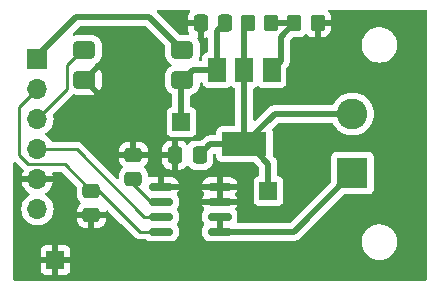
<source format=gtl>
G04 #@! TF.GenerationSoftware,KiCad,Pcbnew,7.0.2*
G04 #@! TF.CreationDate,2023-10-11T21:35:40+02:00*
G04 #@! TF.ProjectId,aansturing lamp pcb,61616e73-7475-4726-996e-67206c616d70,rev?*
G04 #@! TF.SameCoordinates,Original*
G04 #@! TF.FileFunction,Copper,L1,Top*
G04 #@! TF.FilePolarity,Positive*
%FSLAX46Y46*%
G04 Gerber Fmt 4.6, Leading zero omitted, Abs format (unit mm)*
G04 Created by KiCad (PCBNEW 7.0.2) date 2023-10-11 21:35:40*
%MOMM*%
%LPD*%
G01*
G04 APERTURE LIST*
G04 Aperture macros list*
%AMRoundRect*
0 Rectangle with rounded corners*
0 $1 Rounding radius*
0 $2 $3 $4 $5 $6 $7 $8 $9 X,Y pos of 4 corners*
0 Add a 4 corners polygon primitive as box body*
4,1,4,$2,$3,$4,$5,$6,$7,$8,$9,$2,$3,0*
0 Add four circle primitives for the rounded corners*
1,1,$1+$1,$2,$3*
1,1,$1+$1,$4,$5*
1,1,$1+$1,$6,$7*
1,1,$1+$1,$8,$9*
0 Add four rect primitives between the rounded corners*
20,1,$1+$1,$2,$3,$4,$5,0*
20,1,$1+$1,$4,$5,$6,$7,0*
20,1,$1+$1,$6,$7,$8,$9,0*
20,1,$1+$1,$8,$9,$2,$3,0*%
G04 Aperture macros list end*
G04 #@! TA.AperFunction,SMDPad,CuDef*
%ADD10RoundRect,0.375000X0.575000X0.375000X-0.575000X0.375000X-0.575000X-0.375000X0.575000X-0.375000X0*%
G04 #@! TD*
G04 #@! TA.AperFunction,SMDPad,CuDef*
%ADD11RoundRect,0.250000X0.337500X0.475000X-0.337500X0.475000X-0.337500X-0.475000X0.337500X-0.475000X0*%
G04 #@! TD*
G04 #@! TA.AperFunction,SMDPad,CuDef*
%ADD12R,1.500000X1.500000*%
G04 #@! TD*
G04 #@! TA.AperFunction,SMDPad,CuDef*
%ADD13R,1.500000X2.000000*%
G04 #@! TD*
G04 #@! TA.AperFunction,SMDPad,CuDef*
%ADD14R,3.800000X2.000000*%
G04 #@! TD*
G04 #@! TA.AperFunction,SMDPad,CuDef*
%ADD15RoundRect,0.250000X0.350000X0.450000X-0.350000X0.450000X-0.350000X-0.450000X0.350000X-0.450000X0*%
G04 #@! TD*
G04 #@! TA.AperFunction,SMDPad,CuDef*
%ADD16RoundRect,0.250000X0.475000X-0.337500X0.475000X0.337500X-0.475000X0.337500X-0.475000X-0.337500X0*%
G04 #@! TD*
G04 #@! TA.AperFunction,ComponentPad*
%ADD17R,2.600000X2.600000*%
G04 #@! TD*
G04 #@! TA.AperFunction,ComponentPad*
%ADD18C,2.600000*%
G04 #@! TD*
G04 #@! TA.AperFunction,SMDPad,CuDef*
%ADD19RoundRect,0.250000X-0.475000X0.337500X-0.475000X-0.337500X0.475000X-0.337500X0.475000X0.337500X0*%
G04 #@! TD*
G04 #@! TA.AperFunction,SMDPad,CuDef*
%ADD20RoundRect,0.150000X0.825000X0.150000X-0.825000X0.150000X-0.825000X-0.150000X0.825000X-0.150000X0*%
G04 #@! TD*
G04 #@! TA.AperFunction,ComponentPad*
%ADD21R,1.700000X1.700000*%
G04 #@! TD*
G04 #@! TA.AperFunction,ComponentPad*
%ADD22O,1.700000X1.700000*%
G04 #@! TD*
G04 #@! TA.AperFunction,ViaPad*
%ADD23C,0.800000*%
G04 #@! TD*
G04 #@! TA.AperFunction,Conductor*
%ADD24C,0.250000*%
G04 #@! TD*
G04 #@! TA.AperFunction,Conductor*
%ADD25C,0.500000*%
G04 #@! TD*
G04 APERTURE END LIST*
D10*
X86019996Y-75438000D03*
X86019996Y-77978000D03*
X94319996Y-77978000D03*
X94319996Y-75438000D03*
D11*
X95779500Y-84328000D03*
X93704500Y-84328000D03*
D12*
X83566000Y-93218000D03*
D13*
X101868000Y-77114000D03*
X99568000Y-77114000D03*
D14*
X99568000Y-83414000D03*
D13*
X97268000Y-77114000D03*
D12*
X94234000Y-81534000D03*
X101600000Y-87376000D03*
D15*
X101838000Y-73152000D03*
X99838000Y-73152000D03*
D16*
X90170000Y-86381500D03*
X90170000Y-84306500D03*
D17*
X108712000Y-85852000D03*
D18*
X108712000Y-80852000D03*
D19*
X86614000Y-87354500D03*
X86614000Y-89429500D03*
D15*
X105775000Y-73152000D03*
X103775000Y-73152000D03*
D20*
X97471000Y-90805000D03*
X97471000Y-89535000D03*
X97471000Y-88265000D03*
X97471000Y-86995000D03*
X92521000Y-86995000D03*
X92521000Y-88265000D03*
X92521000Y-89535000D03*
X92521000Y-90805000D03*
D11*
X97938500Y-73152000D03*
X95863500Y-73152000D03*
D21*
X82042000Y-76200000D03*
D22*
X82042000Y-78740000D03*
X82042000Y-81280000D03*
X82042000Y-83820000D03*
X82042000Y-86360000D03*
X82042000Y-88900000D03*
D23*
X93980000Y-73279000D03*
D24*
X90170000Y-86737100D02*
X90170000Y-86381500D01*
X91697900Y-88265000D02*
X90170000Y-86737100D01*
X92521000Y-88265000D02*
X91697900Y-88265000D01*
D25*
X97471000Y-88265000D02*
X97471000Y-86995000D01*
D24*
X94107000Y-73152000D02*
X93980000Y-73279000D01*
D25*
X95863500Y-73152000D02*
X94107000Y-73152000D01*
D24*
X80518000Y-84328000D02*
X80518000Y-80264000D01*
X84349500Y-85090000D02*
X81280000Y-85090000D01*
X90710500Y-90805000D02*
X87260000Y-87354500D01*
X81280000Y-85090000D02*
X80518000Y-84328000D01*
X87260000Y-87354500D02*
X86614000Y-87354500D01*
X80518000Y-80264000D02*
X82042000Y-78740000D01*
X92521000Y-90805000D02*
X90710500Y-90805000D01*
X86614000Y-87354500D02*
X84349500Y-85090000D01*
X85852000Y-75438000D02*
X86019996Y-75438000D01*
X82042000Y-81280000D02*
X84582000Y-78740000D01*
X84582000Y-78740000D02*
X84582000Y-76708000D01*
X84582000Y-76708000D02*
X85852000Y-75438000D01*
X82042000Y-83820000D02*
X85351173Y-83820000D01*
X85351173Y-83820000D02*
X91066173Y-89535000D01*
X91066173Y-89535000D02*
X92521000Y-89535000D01*
D25*
X82042000Y-75946000D02*
X85344000Y-72644000D01*
X82042000Y-76200000D02*
X82042000Y-75946000D01*
X91525996Y-72644000D02*
X94319996Y-75438000D01*
X85344000Y-72644000D02*
X91525996Y-72644000D01*
X103759000Y-90805000D02*
X97471000Y-90805000D01*
X108712000Y-85852000D02*
X103759000Y-90805000D01*
X97471000Y-90805000D02*
X97471000Y-89535000D01*
X95183996Y-77114000D02*
X97268000Y-77114000D01*
X97268000Y-77114000D02*
X97268000Y-73822500D01*
X94234000Y-78063996D02*
X94234000Y-81534000D01*
X94319996Y-77978000D02*
X95183996Y-77114000D01*
X94319996Y-77978000D02*
X94234000Y-78063996D01*
X97268000Y-73822500D02*
X97938500Y-73152000D01*
X101600000Y-85090000D02*
X101600000Y-87376000D01*
X99568000Y-73422000D02*
X99838000Y-73152000D01*
X99568000Y-83414000D02*
X99924000Y-83414000D01*
X96693500Y-83414000D02*
X95779500Y-84328000D01*
X99568000Y-77114000D02*
X99568000Y-73422000D01*
X99568000Y-77114000D02*
X99568000Y-83414000D01*
X99568000Y-83414000D02*
X96693500Y-83414000D01*
X102130000Y-80852000D02*
X99568000Y-83414000D01*
X99924000Y-83414000D02*
X101600000Y-85090000D01*
X108712000Y-80852000D02*
X102130000Y-80852000D01*
X101838000Y-73152000D02*
X103775000Y-73152000D01*
X102632000Y-74295000D02*
X102632000Y-76350000D01*
X102632000Y-76350000D02*
X101868000Y-77114000D01*
X103775000Y-73152000D02*
X102632000Y-74295000D01*
G04 #@! TA.AperFunction,Conductor*
G36*
X94909515Y-72020185D02*
G01*
X94955270Y-72072989D01*
X94965214Y-72142147D01*
X94940654Y-72195925D01*
X94941292Y-72196319D01*
X94938142Y-72201424D01*
X94936189Y-72205703D01*
X94934159Y-72207882D01*
X94841642Y-72357877D01*
X94786493Y-72524303D01*
X94776319Y-72623890D01*
X94776000Y-72630168D01*
X94776000Y-72902000D01*
X95989500Y-72902000D01*
X96056539Y-72921685D01*
X96102294Y-72974489D01*
X96113500Y-73026000D01*
X96113500Y-74376999D01*
X96247829Y-74376999D01*
X96254111Y-74376678D01*
X96367207Y-74365126D01*
X96367517Y-74368169D01*
X96416308Y-74366485D01*
X96476355Y-74402209D01*
X96507556Y-74464725D01*
X96509500Y-74486597D01*
X96509500Y-75489800D01*
X96489815Y-75556839D01*
X96437011Y-75602594D01*
X96423312Y-75606353D01*
X96423392Y-75606567D01*
X96271796Y-75663110D01*
X96154738Y-75750738D01*
X96067110Y-75867796D01*
X96016011Y-76004794D01*
X96014404Y-76019744D01*
X96009500Y-76065362D01*
X96009500Y-76068670D01*
X96009500Y-76068671D01*
X96009500Y-76231500D01*
X95989815Y-76298539D01*
X95937011Y-76344294D01*
X95885500Y-76355500D01*
X95812504Y-76355500D01*
X95745465Y-76335815D01*
X95699710Y-76283011D01*
X95689766Y-76213853D01*
X95702019Y-76175205D01*
X95724358Y-76131362D01*
X95741156Y-76068671D01*
X95772426Y-75951971D01*
X95778496Y-75874843D01*
X95778495Y-75001158D01*
X95772426Y-74924029D01*
X95724358Y-74744638D01*
X95640043Y-74579161D01*
X95607972Y-74539557D01*
X95581081Y-74475070D01*
X95593323Y-74406281D01*
X95613500Y-74378231D01*
X95613500Y-73402000D01*
X94776001Y-73402000D01*
X94776001Y-73673829D01*
X94776321Y-73680111D01*
X94786493Y-73779695D01*
X94841642Y-73946122D01*
X94868955Y-73990404D01*
X94887395Y-74057797D01*
X94866472Y-74124460D01*
X94812830Y-74169229D01*
X94763416Y-74179500D01*
X94185539Y-74179500D01*
X94118500Y-74159815D01*
X94097858Y-74143181D01*
X92166858Y-72212181D01*
X92133373Y-72150858D01*
X92138357Y-72081166D01*
X92180229Y-72025233D01*
X92245693Y-72000816D01*
X92254539Y-72000500D01*
X94842476Y-72000500D01*
X94909515Y-72020185D01*
G37*
G04 #@! TD.AperFunction*
G04 #@! TA.AperFunction,Conductor*
G36*
X114942539Y-72020185D02*
G01*
X114988294Y-72072989D01*
X114999500Y-72124500D01*
X114999500Y-94872000D01*
X114979815Y-94939039D01*
X114927011Y-94984794D01*
X114875500Y-94996000D01*
X80134000Y-94996000D01*
X80066961Y-94976315D01*
X80021206Y-94923511D01*
X80010000Y-94872000D01*
X80010000Y-93468000D01*
X82316000Y-93468000D01*
X82316000Y-94012518D01*
X82316354Y-94019132D01*
X82322400Y-94075371D01*
X82372647Y-94210089D01*
X82458811Y-94325188D01*
X82573910Y-94411352D01*
X82708628Y-94461599D01*
X82764867Y-94467645D01*
X82771482Y-94468000D01*
X83316000Y-94468000D01*
X83316000Y-93468000D01*
X83816000Y-93468000D01*
X83816000Y-94468000D01*
X84360518Y-94468000D01*
X84367132Y-94467645D01*
X84423371Y-94461599D01*
X84558089Y-94411352D01*
X84673188Y-94325188D01*
X84759352Y-94210089D01*
X84809599Y-94075371D01*
X84815645Y-94019132D01*
X84816000Y-94012518D01*
X84816000Y-93468000D01*
X83816000Y-93468000D01*
X83316000Y-93468000D01*
X82316000Y-93468000D01*
X80010000Y-93468000D01*
X80010000Y-92968000D01*
X82316000Y-92968000D01*
X83316000Y-92968000D01*
X83316000Y-91968000D01*
X83816000Y-91968000D01*
X83816000Y-92968000D01*
X84816000Y-92968000D01*
X84816000Y-92423481D01*
X84815645Y-92416867D01*
X84809599Y-92360628D01*
X84759352Y-92225910D01*
X84673188Y-92110811D01*
X84558089Y-92024647D01*
X84423371Y-91974400D01*
X84367132Y-91968354D01*
X84360518Y-91968000D01*
X83816000Y-91968000D01*
X83316000Y-91968000D01*
X82771482Y-91968000D01*
X82764867Y-91968354D01*
X82708628Y-91974400D01*
X82573910Y-92024647D01*
X82458811Y-92110811D01*
X82372647Y-92225910D01*
X82322400Y-92360628D01*
X82316354Y-92416867D01*
X82316000Y-92423481D01*
X82316000Y-92968000D01*
X80010000Y-92968000D01*
X80010000Y-91818334D01*
X109497500Y-91818334D01*
X109538429Y-92063615D01*
X109594145Y-92225910D01*
X109619172Y-92298810D01*
X109686641Y-92423481D01*
X109737529Y-92517514D01*
X109873036Y-92691612D01*
X109890262Y-92713744D01*
X110073215Y-92882164D01*
X110281393Y-93018173D01*
X110509119Y-93118063D01*
X110750179Y-93179108D01*
X110935933Y-93194500D01*
X110938503Y-93194500D01*
X111057497Y-93194500D01*
X111060067Y-93194500D01*
X111245821Y-93179108D01*
X111486881Y-93118063D01*
X111714607Y-93018173D01*
X111922785Y-92882164D01*
X112105738Y-92713744D01*
X112258474Y-92517509D01*
X112376828Y-92298810D01*
X112457571Y-92063614D01*
X112498500Y-91818335D01*
X112498500Y-91569665D01*
X112457571Y-91324386D01*
X112376828Y-91089190D01*
X112258474Y-90870491D01*
X112258471Y-90870487D01*
X112258470Y-90870485D01*
X112105740Y-90674259D01*
X112105738Y-90674256D01*
X111922785Y-90505836D01*
X111714607Y-90369827D01*
X111714604Y-90369825D01*
X111589523Y-90314960D01*
X111486881Y-90269937D01*
X111306867Y-90224351D01*
X111245822Y-90208892D01*
X111211854Y-90206077D01*
X111060067Y-90193500D01*
X110935933Y-90193500D01*
X110818111Y-90203262D01*
X110750177Y-90208892D01*
X110645719Y-90235345D01*
X110509119Y-90269937D01*
X110509116Y-90269938D01*
X110509117Y-90269938D01*
X110281395Y-90369825D01*
X110248374Y-90391399D01*
X110073215Y-90505836D01*
X110061438Y-90516678D01*
X109890259Y-90674259D01*
X109737529Y-90870485D01*
X109737526Y-90870491D01*
X109635602Y-91058831D01*
X109619170Y-91089194D01*
X109538429Y-91324384D01*
X109497500Y-91569665D01*
X109497500Y-91818334D01*
X80010000Y-91818334D01*
X80010000Y-85015266D01*
X80029685Y-84948227D01*
X80082489Y-84902472D01*
X80151647Y-84892528D01*
X80215203Y-84921553D01*
X80221681Y-84927585D01*
X80772909Y-85478813D01*
X80785958Y-85495100D01*
X80787999Y-85497016D01*
X80788000Y-85497018D01*
X80837685Y-85543675D01*
X80840449Y-85546354D01*
X80841387Y-85547292D01*
X80874872Y-85608615D01*
X80869888Y-85678307D01*
X80866088Y-85687378D01*
X80768569Y-85896506D01*
X80711364Y-86109999D01*
X80711364Y-86110000D01*
X81608314Y-86110000D01*
X81582507Y-86150156D01*
X81542000Y-86288111D01*
X81542000Y-86431889D01*
X81582507Y-86569844D01*
X81608314Y-86610000D01*
X80711364Y-86610000D01*
X80768569Y-86823492D01*
X80868399Y-87037576D01*
X81003893Y-87231081D01*
X81170918Y-87398106D01*
X81351802Y-87524763D01*
X81395426Y-87579340D01*
X81402619Y-87648839D01*
X81371097Y-87711193D01*
X81339698Y-87735392D01*
X81296422Y-87758812D01*
X81118760Y-87897094D01*
X80966279Y-88062730D01*
X80843138Y-88251211D01*
X80752705Y-88457381D01*
X80752704Y-88457384D01*
X80737143Y-88518834D01*
X80697435Y-88675636D01*
X80678843Y-88900000D01*
X80697435Y-89124363D01*
X80697435Y-89124366D01*
X80697436Y-89124368D01*
X80746596Y-89318498D01*
X80752705Y-89342618D01*
X80843138Y-89548788D01*
X80843140Y-89548791D01*
X80966278Y-89737268D01*
X81118760Y-89902906D01*
X81296424Y-90041189D01*
X81494426Y-90148342D01*
X81707365Y-90221444D01*
X81929431Y-90258500D01*
X82154569Y-90258500D01*
X82376635Y-90221444D01*
X82589574Y-90148342D01*
X82787576Y-90041189D01*
X82965240Y-89902906D01*
X83117722Y-89737268D01*
X83155464Y-89679500D01*
X85389001Y-89679500D01*
X85389001Y-89813829D01*
X85389321Y-89820111D01*
X85399493Y-89919695D01*
X85454642Y-90086122D01*
X85546683Y-90235345D01*
X85670654Y-90359316D01*
X85819877Y-90451357D01*
X85986303Y-90506506D01*
X86085890Y-90516680D01*
X86092168Y-90516999D01*
X86363999Y-90516999D01*
X86364000Y-90516998D01*
X86364000Y-89679500D01*
X86864000Y-89679500D01*
X86864000Y-90516999D01*
X87135829Y-90516999D01*
X87142111Y-90516678D01*
X87241695Y-90506506D01*
X87408122Y-90451357D01*
X87557345Y-90359316D01*
X87681316Y-90235345D01*
X87773357Y-90086122D01*
X87828506Y-89919696D01*
X87838680Y-89820109D01*
X87839000Y-89813831D01*
X87839000Y-89679500D01*
X86864000Y-89679500D01*
X86364000Y-89679500D01*
X85389001Y-89679500D01*
X83155464Y-89679500D01*
X83240860Y-89548791D01*
X83331296Y-89342616D01*
X83386564Y-89124368D01*
X83405156Y-88900000D01*
X83386564Y-88675632D01*
X83331296Y-88457384D01*
X83240860Y-88251209D01*
X83117722Y-88062732D01*
X82965240Y-87897094D01*
X82826956Y-87789462D01*
X82787575Y-87758810D01*
X82744302Y-87735392D01*
X82694712Y-87686172D01*
X82679605Y-87617955D01*
X82703776Y-87552400D01*
X82732198Y-87524763D01*
X82913078Y-87398109D01*
X83080106Y-87231081D01*
X83215600Y-87037576D01*
X83315430Y-86823492D01*
X83372636Y-86610000D01*
X82475686Y-86610000D01*
X82501493Y-86569844D01*
X82542000Y-86431889D01*
X82542000Y-86288111D01*
X82501493Y-86150156D01*
X82475686Y-86110000D01*
X83372636Y-86110000D01*
X83372635Y-86109999D01*
X83312623Y-85886030D01*
X83314817Y-85885441D01*
X83306523Y-85830825D01*
X83335044Y-85767041D01*
X83393522Y-85728803D01*
X83429397Y-85723500D01*
X84035734Y-85723500D01*
X84102773Y-85743185D01*
X84123415Y-85759819D01*
X85344181Y-86980585D01*
X85377666Y-87041908D01*
X85380500Y-87068266D01*
X85380500Y-87739395D01*
X85380500Y-87739414D01*
X85380501Y-87742544D01*
X85380820Y-87745675D01*
X85380821Y-87745678D01*
X85391112Y-87846425D01*
X85393887Y-87854799D01*
X85446885Y-88014738D01*
X85469217Y-88050943D01*
X85539971Y-88165654D01*
X85665345Y-88291028D01*
X85666034Y-88291453D01*
X85668396Y-88294079D01*
X85675596Y-88301279D01*
X85675214Y-88301660D01*
X85712760Y-88343401D01*
X85723983Y-88412363D01*
X85696140Y-88476445D01*
X85679296Y-88491041D01*
X85546683Y-88623654D01*
X85454642Y-88772877D01*
X85399493Y-88939303D01*
X85389319Y-89038890D01*
X85389000Y-89045168D01*
X85389000Y-89179500D01*
X87838999Y-89179500D01*
X87838999Y-89128765D01*
X87858684Y-89061726D01*
X87911488Y-89015971D01*
X87980646Y-89006027D01*
X88044202Y-89035052D01*
X88050676Y-89041080D01*
X89136298Y-90126703D01*
X90203412Y-91193817D01*
X90216456Y-91210098D01*
X90218499Y-91212016D01*
X90218500Y-91212018D01*
X90268184Y-91258674D01*
X90270948Y-91261353D01*
X90290730Y-91281135D01*
X90293806Y-91283521D01*
X90294003Y-91283674D01*
X90302872Y-91291249D01*
X90335179Y-91321586D01*
X90353064Y-91331418D01*
X90369325Y-91342099D01*
X90385459Y-91354614D01*
X90426125Y-91372210D01*
X90436612Y-91377348D01*
X90475440Y-91398695D01*
X90495208Y-91403770D01*
X90513619Y-91410073D01*
X90532355Y-91418181D01*
X90576126Y-91425113D01*
X90587541Y-91427477D01*
X90630470Y-91438500D01*
X90650884Y-91438500D01*
X90670283Y-91440027D01*
X90690443Y-91443220D01*
X90734556Y-91439050D01*
X90746226Y-91438500D01*
X91196877Y-91438500D01*
X91263916Y-91458185D01*
X91284558Y-91474819D01*
X91289191Y-91479452D01*
X91432399Y-91564145D01*
X91592165Y-91610561D01*
X91592169Y-91610562D01*
X91629498Y-91613500D01*
X91631943Y-91613500D01*
X93410057Y-91613500D01*
X93412502Y-91613500D01*
X93449831Y-91610562D01*
X93609601Y-91564145D01*
X93752807Y-91479453D01*
X93870453Y-91361807D01*
X93955145Y-91218601D01*
X94001562Y-91058831D01*
X94004500Y-91021502D01*
X95987500Y-91021502D01*
X95987690Y-91023923D01*
X95987691Y-91023934D01*
X95990438Y-91058834D01*
X96036854Y-91218600D01*
X96121547Y-91361808D01*
X96239191Y-91479452D01*
X96382399Y-91564145D01*
X96542165Y-91610561D01*
X96542169Y-91610562D01*
X96579498Y-91613500D01*
X96581943Y-91613500D01*
X98360057Y-91613500D01*
X98362502Y-91613500D01*
X98399831Y-91610562D01*
X98544875Y-91568423D01*
X98579470Y-91563500D01*
X103694706Y-91563500D01*
X103712676Y-91564809D01*
X103716114Y-91565312D01*
X103736789Y-91568341D01*
X103786726Y-91563971D01*
X103797533Y-91563500D01*
X103799571Y-91563500D01*
X103803180Y-91563500D01*
X103834370Y-91559853D01*
X103837851Y-91559498D01*
X103913426Y-91552887D01*
X103913429Y-91552885D01*
X103914594Y-91552784D01*
X103934015Y-91548478D01*
X103935110Y-91548079D01*
X103935113Y-91548079D01*
X104006414Y-91522126D01*
X104009708Y-91520981D01*
X104081738Y-91497114D01*
X104081742Y-91497111D01*
X104082863Y-91496740D01*
X104100751Y-91488080D01*
X104101732Y-91487435D01*
X104165103Y-91445753D01*
X104168129Y-91443826D01*
X104232651Y-91404030D01*
X104232655Y-91404025D01*
X104233650Y-91403412D01*
X104249069Y-91390853D01*
X104249870Y-91390003D01*
X104249874Y-91390001D01*
X104301962Y-91334789D01*
X104304408Y-91332271D01*
X107939861Y-87696819D01*
X108001185Y-87663334D01*
X108027543Y-87660500D01*
X110057328Y-87660500D01*
X110060638Y-87660500D01*
X110121201Y-87653989D01*
X110121203Y-87653988D01*
X110121205Y-87653988D01*
X110217811Y-87617955D01*
X110258204Y-87602889D01*
X110375261Y-87515261D01*
X110462889Y-87398204D01*
X110513989Y-87261201D01*
X110520500Y-87200638D01*
X110520500Y-84503362D01*
X110513989Y-84442799D01*
X110513988Y-84442797D01*
X110513988Y-84442794D01*
X110462889Y-84305796D01*
X110375261Y-84188738D01*
X110258203Y-84101110D01*
X110121205Y-84050011D01*
X110063924Y-84043853D01*
X110063918Y-84043852D01*
X110060638Y-84043500D01*
X107363362Y-84043500D01*
X107360082Y-84043852D01*
X107360075Y-84043853D01*
X107302794Y-84050011D01*
X107165796Y-84101110D01*
X107048738Y-84188738D01*
X106961110Y-84305796D01*
X106910011Y-84442794D01*
X106903853Y-84500075D01*
X106903500Y-84503362D01*
X106903499Y-84506652D01*
X106903499Y-84506671D01*
X106903499Y-86536456D01*
X106883814Y-86603496D01*
X106867180Y-86624137D01*
X103481138Y-90010181D01*
X103419815Y-90043666D01*
X103393457Y-90046500D01*
X99041855Y-90046500D01*
X98974816Y-90026815D01*
X98929061Y-89974011D01*
X98919117Y-89904853D01*
X98922779Y-89887905D01*
X98951561Y-89788834D01*
X98951560Y-89788834D01*
X98951562Y-89788831D01*
X98954500Y-89751502D01*
X98954500Y-89318498D01*
X98951562Y-89281169D01*
X98905145Y-89121399D01*
X98812479Y-88964709D01*
X98814134Y-88963729D01*
X98790446Y-88920347D01*
X98795430Y-88850655D01*
X98807866Y-88831316D01*
X98805709Y-88830040D01*
X98897280Y-88675200D01*
X98943099Y-88517488D01*
X98943295Y-88515000D01*
X95998704Y-88515000D01*
X95998900Y-88517488D01*
X96044719Y-88675200D01*
X96136291Y-88830040D01*
X96132311Y-88832393D01*
X96151553Y-88867631D01*
X96146569Y-88937323D01*
X96129122Y-88964474D01*
X96129521Y-88964710D01*
X96036854Y-89121399D01*
X95990438Y-89281165D01*
X95990438Y-89281169D01*
X95987500Y-89318498D01*
X95987500Y-89751502D01*
X95987690Y-89753923D01*
X95987691Y-89753934D01*
X95990438Y-89788834D01*
X96036854Y-89948600D01*
X96129521Y-90105291D01*
X96125802Y-90107490D01*
X96145543Y-90143642D01*
X96140559Y-90213334D01*
X96127565Y-90233552D01*
X96129521Y-90234709D01*
X96036854Y-90391399D01*
X95990438Y-90551165D01*
X95990438Y-90551169D01*
X95987500Y-90588498D01*
X95987500Y-91021502D01*
X94004500Y-91021502D01*
X94004500Y-90588498D01*
X94001562Y-90551169D01*
X93955145Y-90391399D01*
X93883313Y-90269938D01*
X93862479Y-90234709D01*
X93866197Y-90232509D01*
X93846464Y-90196396D01*
X93851427Y-90126703D01*
X93864441Y-90106451D01*
X93862479Y-90105291D01*
X93908889Y-90026815D01*
X93955145Y-89948601D01*
X94001562Y-89788831D01*
X94004500Y-89751502D01*
X94004500Y-89318498D01*
X94001562Y-89281169D01*
X93955145Y-89121399D01*
X93862479Y-88964709D01*
X93866197Y-88962509D01*
X93846464Y-88926396D01*
X93851427Y-88856703D01*
X93864441Y-88836451D01*
X93862479Y-88835291D01*
X93925080Y-88729438D01*
X93955145Y-88678601D01*
X94001562Y-88518831D01*
X94004500Y-88481502D01*
X94004500Y-88048498D01*
X94001562Y-88011169D01*
X93968420Y-87897094D01*
X93955145Y-87851399D01*
X93862479Y-87694709D01*
X93864134Y-87693729D01*
X93840446Y-87650347D01*
X93845430Y-87580655D01*
X93857866Y-87561316D01*
X93855709Y-87560040D01*
X93947280Y-87405200D01*
X93993099Y-87247488D01*
X93993295Y-87245000D01*
X95998704Y-87245000D01*
X95998900Y-87247488D01*
X96044719Y-87405200D01*
X96136291Y-87560040D01*
X96134374Y-87561173D01*
X96157564Y-87603642D01*
X96152580Y-87673334D01*
X96135695Y-87699608D01*
X96136291Y-87699961D01*
X96044719Y-87854799D01*
X95998900Y-88012511D01*
X95998704Y-88014999D01*
X95998705Y-88015000D01*
X97221000Y-88015000D01*
X97221000Y-87245000D01*
X97721000Y-87245000D01*
X97721000Y-88015000D01*
X98943295Y-88015000D01*
X98943295Y-88014999D01*
X98943099Y-88012511D01*
X98897280Y-87854799D01*
X98805709Y-87699961D01*
X98807625Y-87698827D01*
X98784435Y-87656358D01*
X98789419Y-87586666D01*
X98806305Y-87560392D01*
X98805709Y-87560040D01*
X98897280Y-87405200D01*
X98943099Y-87247488D01*
X98943295Y-87245000D01*
X97721000Y-87245000D01*
X97221000Y-87245000D01*
X95998704Y-87245000D01*
X93993295Y-87245000D01*
X92395000Y-87245000D01*
X92327961Y-87225315D01*
X92282206Y-87172511D01*
X92271000Y-87121000D01*
X92271000Y-86195000D01*
X92771000Y-86195000D01*
X92771000Y-86745000D01*
X93993295Y-86745000D01*
X93993295Y-86744999D01*
X95998704Y-86744999D01*
X95998705Y-86745000D01*
X97221000Y-86745000D01*
X97221000Y-86195000D01*
X97721000Y-86195000D01*
X97721000Y-86745000D01*
X98943295Y-86745000D01*
X98943295Y-86744999D01*
X98943099Y-86742511D01*
X98897280Y-86584799D01*
X98813682Y-86443442D01*
X98697557Y-86327317D01*
X98556197Y-86243717D01*
X98398493Y-86197900D01*
X98364076Y-86195191D01*
X98359197Y-86195000D01*
X97721000Y-86195000D01*
X97221000Y-86195000D01*
X96582803Y-86195000D01*
X96577923Y-86195191D01*
X96543506Y-86197900D01*
X96385802Y-86243717D01*
X96244442Y-86327317D01*
X96128317Y-86443442D01*
X96044719Y-86584799D01*
X95998900Y-86742511D01*
X95998704Y-86744999D01*
X93993295Y-86744999D01*
X93993099Y-86742511D01*
X93947280Y-86584799D01*
X93863682Y-86443442D01*
X93747557Y-86327317D01*
X93606197Y-86243717D01*
X93448493Y-86197900D01*
X93414076Y-86195191D01*
X93409197Y-86195000D01*
X92771000Y-86195000D01*
X92271000Y-86195000D01*
X91632803Y-86195000D01*
X91627923Y-86195191D01*
X91593507Y-86197900D01*
X91562092Y-86207027D01*
X91492223Y-86206826D01*
X91433553Y-86168884D01*
X91404711Y-86105245D01*
X91403499Y-86087950D01*
X91403499Y-85996604D01*
X91403499Y-85996602D01*
X91403499Y-85993456D01*
X91392887Y-85889574D01*
X91337115Y-85721262D01*
X91244030Y-85570348D01*
X91244029Y-85570347D01*
X91244028Y-85570345D01*
X91118651Y-85444968D01*
X91117963Y-85444544D01*
X91115601Y-85441918D01*
X91108404Y-85434721D01*
X91108784Y-85434340D01*
X91071238Y-85392596D01*
X91060017Y-85323633D01*
X91087860Y-85259551D01*
X91104708Y-85244953D01*
X91237316Y-85112345D01*
X91329357Y-84963122D01*
X91384506Y-84796696D01*
X91394680Y-84697109D01*
X91395000Y-84690831D01*
X91395000Y-84578000D01*
X92617001Y-84578000D01*
X92617001Y-84849829D01*
X92617321Y-84856111D01*
X92627493Y-84955695D01*
X92682642Y-85122122D01*
X92774683Y-85271345D01*
X92898654Y-85395316D01*
X93047877Y-85487357D01*
X93214303Y-85542506D01*
X93313890Y-85552680D01*
X93320168Y-85552999D01*
X93454499Y-85552999D01*
X93454500Y-85552998D01*
X93454500Y-84578000D01*
X92617001Y-84578000D01*
X91395000Y-84578000D01*
X91395000Y-84556500D01*
X88945001Y-84556500D01*
X88945001Y-84690829D01*
X88945321Y-84697111D01*
X88955493Y-84796695D01*
X89010642Y-84963122D01*
X89102683Y-85112345D01*
X89236904Y-85246566D01*
X89235278Y-85248191D01*
X89268759Y-85285412D01*
X89279983Y-85354375D01*
X89252141Y-85418458D01*
X89222040Y-85444542D01*
X89221348Y-85444968D01*
X89095971Y-85570345D01*
X89002884Y-85721263D01*
X88947112Y-85889573D01*
X88936819Y-85990324D01*
X88936818Y-85990341D01*
X88936500Y-85993455D01*
X88936500Y-85996602D01*
X88936500Y-86210060D01*
X88916815Y-86277099D01*
X88864011Y-86322854D01*
X88794853Y-86332798D01*
X88731297Y-86303773D01*
X88724819Y-86297741D01*
X86505078Y-84078000D01*
X92617000Y-84078000D01*
X93454500Y-84078000D01*
X93454500Y-83103000D01*
X93320171Y-83103000D01*
X93313888Y-83103321D01*
X93214304Y-83113493D01*
X93047877Y-83168642D01*
X92898654Y-83260683D01*
X92774683Y-83384654D01*
X92682642Y-83533877D01*
X92627493Y-83700303D01*
X92617319Y-83799890D01*
X92617000Y-83806168D01*
X92617000Y-84078000D01*
X86505078Y-84078000D01*
X86483578Y-84056500D01*
X88945000Y-84056500D01*
X89920000Y-84056500D01*
X89920000Y-83219000D01*
X90420000Y-83219000D01*
X90420000Y-84056500D01*
X91394999Y-84056500D01*
X91394999Y-83922170D01*
X91394678Y-83915888D01*
X91384506Y-83816304D01*
X91329357Y-83649877D01*
X91237316Y-83500654D01*
X91113345Y-83376683D01*
X90964122Y-83284642D01*
X90797696Y-83229493D01*
X90698109Y-83219319D01*
X90691832Y-83219000D01*
X90420000Y-83219000D01*
X89920000Y-83219000D01*
X89648171Y-83219000D01*
X89641888Y-83219321D01*
X89542304Y-83229493D01*
X89375877Y-83284642D01*
X89226654Y-83376683D01*
X89102683Y-83500654D01*
X89010642Y-83649877D01*
X88955493Y-83816303D01*
X88945319Y-83915890D01*
X88945000Y-83922168D01*
X88945000Y-84056500D01*
X86483578Y-84056500D01*
X85858261Y-83431183D01*
X85845217Y-83414902D01*
X85843173Y-83412983D01*
X85843173Y-83412982D01*
X85793488Y-83366325D01*
X85790723Y-83363645D01*
X85773700Y-83346622D01*
X85770943Y-83343865D01*
X85767659Y-83341317D01*
X85758796Y-83333746D01*
X85726494Y-83303414D01*
X85708606Y-83293580D01*
X85692342Y-83282896D01*
X85676213Y-83270385D01*
X85635550Y-83252789D01*
X85625056Y-83247648D01*
X85586235Y-83226305D01*
X85574559Y-83223307D01*
X85566457Y-83221227D01*
X85548052Y-83214926D01*
X85529318Y-83206819D01*
X85529316Y-83206818D01*
X85529315Y-83206818D01*
X85485556Y-83199887D01*
X85474116Y-83197518D01*
X85431204Y-83186500D01*
X85431203Y-83186500D01*
X85410789Y-83186500D01*
X85391390Y-83184973D01*
X85371231Y-83181780D01*
X85371230Y-83181780D01*
X85338491Y-83184874D01*
X85327116Y-83185950D01*
X85315447Y-83186500D01*
X83317956Y-83186500D01*
X83250917Y-83166815D01*
X83214147Y-83130321D01*
X83117723Y-82982732D01*
X82976199Y-82828999D01*
X82965240Y-82817094D01*
X82787576Y-82678811D01*
X82751067Y-82659053D01*
X82701478Y-82609836D01*
X82686370Y-82541619D01*
X82710540Y-82476063D01*
X82751067Y-82440946D01*
X82787576Y-82421189D01*
X82965240Y-82282906D01*
X83117722Y-82117268D01*
X83240860Y-81928791D01*
X83331296Y-81722616D01*
X83386564Y-81504368D01*
X83405156Y-81280000D01*
X83386564Y-81055632D01*
X83358538Y-80944960D01*
X83361162Y-80875142D01*
X83391060Y-80826842D01*
X84970816Y-79247086D01*
X84987097Y-79234044D01*
X84989014Y-79232002D01*
X84989018Y-79232000D01*
X85008332Y-79211431D01*
X85068570Y-79176037D01*
X85128651Y-79175980D01*
X85326176Y-79225103D01*
X85366804Y-79227858D01*
X85370996Y-79228000D01*
X86668996Y-79228000D01*
X86673187Y-79227858D01*
X86713819Y-79225103D01*
X86873766Y-79185323D01*
X85754124Y-78065681D01*
X85720639Y-78004358D01*
X85722524Y-77978000D01*
X86373548Y-77978000D01*
X87285788Y-78890240D01*
X87285789Y-78890239D01*
X87336603Y-78827026D01*
X87421164Y-78656523D01*
X87467099Y-78471819D01*
X87469854Y-78431191D01*
X87469996Y-78427000D01*
X87469996Y-77528999D01*
X87469854Y-77524808D01*
X87467099Y-77484180D01*
X87421164Y-77299478D01*
X87336602Y-77128972D01*
X87285789Y-77065759D01*
X86373548Y-77977999D01*
X86373548Y-77978000D01*
X85722524Y-77978000D01*
X85725623Y-77934666D01*
X85754124Y-77890319D01*
X86019996Y-77624447D01*
X86874630Y-76769810D01*
X86875607Y-76703724D01*
X86914246Y-76645510D01*
X86937756Y-76629930D01*
X87078835Y-76558047D01*
X87223166Y-76441170D01*
X87340043Y-76296839D01*
X87424358Y-76131362D01*
X87472426Y-75951971D01*
X87478496Y-75874843D01*
X87478495Y-75001158D01*
X87472426Y-74924029D01*
X87424358Y-74744638D01*
X87340043Y-74579161D01*
X87223166Y-74434830D01*
X87078835Y-74317953D01*
X86913358Y-74233637D01*
X86766607Y-74194316D01*
X86733967Y-74185570D01*
X86724713Y-74184841D01*
X86659273Y-74179691D01*
X86659258Y-74179690D01*
X86656839Y-74179500D01*
X86654393Y-74179500D01*
X85385575Y-74179500D01*
X85385549Y-74179500D01*
X85383154Y-74179501D01*
X85380763Y-74179689D01*
X85380741Y-74179690D01*
X85306024Y-74185570D01*
X85164390Y-74223520D01*
X85094540Y-74221857D01*
X85036678Y-74182694D01*
X85009174Y-74118465D01*
X85020761Y-74049563D01*
X85044613Y-74016067D01*
X85621861Y-73438819D01*
X85683185Y-73405334D01*
X85709543Y-73402500D01*
X91160453Y-73402500D01*
X91227492Y-73422185D01*
X91248134Y-73438819D01*
X92825177Y-75015862D01*
X92858662Y-75077185D01*
X92861496Y-75103543D01*
X92861496Y-75872420D01*
X92861496Y-75872445D01*
X92861497Y-75874842D01*
X92861685Y-75877233D01*
X92861686Y-75877254D01*
X92867566Y-75951971D01*
X92915633Y-76131361D01*
X92984785Y-76267078D01*
X92999949Y-76296839D01*
X93116826Y-76441170D01*
X93261157Y-76558047D01*
X93338617Y-76597514D01*
X93389413Y-76645488D01*
X93406208Y-76713309D01*
X93383671Y-76779444D01*
X93338618Y-76818483D01*
X93261159Y-76857951D01*
X93116826Y-76974830D01*
X92999949Y-77119160D01*
X92915633Y-77284637D01*
X92867566Y-77464029D01*
X92861687Y-77538722D01*
X92861686Y-77538738D01*
X92861496Y-77541157D01*
X92861496Y-77543601D01*
X92861496Y-77543602D01*
X92861496Y-78412420D01*
X92861496Y-78412445D01*
X92861497Y-78414842D01*
X92861685Y-78417233D01*
X92861686Y-78417254D01*
X92867566Y-78491971D01*
X92915633Y-78671361D01*
X92986413Y-78810274D01*
X92999949Y-78836839D01*
X93116826Y-78981170D01*
X93261157Y-79098047D01*
X93407797Y-79172764D01*
X93458591Y-79220736D01*
X93475500Y-79283247D01*
X93475500Y-80159800D01*
X93455815Y-80226839D01*
X93403011Y-80272594D01*
X93389312Y-80276353D01*
X93389392Y-80276567D01*
X93237796Y-80333110D01*
X93120738Y-80420738D01*
X93033110Y-80537796D01*
X92982011Y-80674794D01*
X92975853Y-80732075D01*
X92975500Y-80735362D01*
X92975500Y-82332638D01*
X92975852Y-82335918D01*
X92975853Y-82335924D01*
X92982011Y-82393205D01*
X93033110Y-82530203D01*
X93120738Y-82647261D01*
X93237796Y-82734889D01*
X93374794Y-82785988D01*
X93374797Y-82785988D01*
X93374799Y-82785989D01*
X93435362Y-82792500D01*
X93438672Y-82792500D01*
X95029328Y-82792500D01*
X95032638Y-82792500D01*
X95093201Y-82785989D01*
X95093203Y-82785988D01*
X95093205Y-82785988D01*
X95171124Y-82756924D01*
X95230204Y-82734889D01*
X95347261Y-82647261D01*
X95434889Y-82530204D01*
X95475550Y-82421189D01*
X95485988Y-82393205D01*
X95485988Y-82393203D01*
X95485989Y-82393201D01*
X95492500Y-82332638D01*
X95492500Y-80735362D01*
X95485989Y-80674799D01*
X95485988Y-80674797D01*
X95485988Y-80674794D01*
X95434889Y-80537796D01*
X95347261Y-80420738D01*
X95230203Y-80333110D01*
X95078608Y-80276567D01*
X95079797Y-80273378D01*
X95038678Y-80256338D01*
X94998839Y-80198939D01*
X94992500Y-80159800D01*
X94992500Y-79336689D01*
X95012185Y-79269650D01*
X95064989Y-79223895D01*
X95084400Y-79216916D01*
X95213358Y-79182362D01*
X95378835Y-79098047D01*
X95523166Y-78981170D01*
X95640043Y-78836839D01*
X95724358Y-78671362D01*
X95772426Y-78491971D01*
X95778496Y-78414843D01*
X95778495Y-78273682D01*
X95798179Y-78206645D01*
X95850983Y-78160890D01*
X95920141Y-78150946D01*
X95983697Y-78179970D01*
X96018676Y-78230349D01*
X96067110Y-78360204D01*
X96154738Y-78477261D01*
X96271796Y-78564889D01*
X96408794Y-78615988D01*
X96408797Y-78615988D01*
X96408799Y-78615989D01*
X96469362Y-78622500D01*
X96472672Y-78622500D01*
X98063328Y-78622500D01*
X98066638Y-78622500D01*
X98127201Y-78615989D01*
X98127203Y-78615988D01*
X98127205Y-78615988D01*
X98195702Y-78590438D01*
X98264204Y-78564889D01*
X98343691Y-78505384D01*
X98409153Y-78480969D01*
X98477426Y-78495821D01*
X98492300Y-78505379D01*
X98571796Y-78564889D01*
X98571799Y-78564890D01*
X98723392Y-78621433D01*
X98722202Y-78624621D01*
X98763305Y-78641646D01*
X98803154Y-78699038D01*
X98809500Y-78738199D01*
X98809500Y-81781500D01*
X98789815Y-81848539D01*
X98737011Y-81894294D01*
X98685500Y-81905500D01*
X97619362Y-81905500D01*
X97616082Y-81905852D01*
X97616075Y-81905853D01*
X97558794Y-81912011D01*
X97421796Y-81963110D01*
X97304738Y-82050738D01*
X97217110Y-82167796D01*
X97166011Y-82304794D01*
X97159853Y-82362075D01*
X97159500Y-82365362D01*
X97159500Y-82368670D01*
X97159500Y-82368671D01*
X97159500Y-82531500D01*
X97139815Y-82598539D01*
X97087011Y-82644294D01*
X97035500Y-82655500D01*
X96757794Y-82655500D01*
X96739824Y-82654191D01*
X96727001Y-82652312D01*
X96715711Y-82650659D01*
X96715710Y-82650659D01*
X96665774Y-82655028D01*
X96654967Y-82655500D01*
X96649320Y-82655500D01*
X96645761Y-82655915D01*
X96645743Y-82655917D01*
X96618178Y-82659139D01*
X96614593Y-82659505D01*
X96537910Y-82666214D01*
X96518489Y-82670519D01*
X96446160Y-82696844D01*
X96442759Y-82698026D01*
X96369653Y-82722252D01*
X96351742Y-82730924D01*
X96287424Y-82773226D01*
X96284385Y-82775162D01*
X96218860Y-82815579D01*
X96203416Y-82828160D01*
X96150552Y-82884191D01*
X96148041Y-82886776D01*
X95976636Y-83058181D01*
X95915313Y-83091666D01*
X95888955Y-83094500D01*
X95394604Y-83094500D01*
X95394584Y-83094500D01*
X95391456Y-83094501D01*
X95388325Y-83094820D01*
X95388321Y-83094821D01*
X95287574Y-83105112D01*
X95119263Y-83160884D01*
X94968345Y-83253971D01*
X94842968Y-83379348D01*
X94842542Y-83380040D01*
X94839908Y-83382408D01*
X94832721Y-83389596D01*
X94832340Y-83389215D01*
X94790592Y-83426763D01*
X94721629Y-83437982D01*
X94657548Y-83410136D01*
X94642953Y-83393291D01*
X94510345Y-83260683D01*
X94361122Y-83168642D01*
X94194696Y-83113493D01*
X94095109Y-83103319D01*
X94088832Y-83103000D01*
X93954500Y-83103000D01*
X93954500Y-85552999D01*
X94088829Y-85552999D01*
X94095111Y-85552678D01*
X94194695Y-85542506D01*
X94361122Y-85487357D01*
X94510345Y-85395316D01*
X94644566Y-85261096D01*
X94646191Y-85262721D01*
X94683406Y-85229243D01*
X94752368Y-85218015D01*
X94816452Y-85245853D01*
X94842544Y-85275963D01*
X94842968Y-85276651D01*
X94968345Y-85402028D01*
X94968347Y-85402029D01*
X94968348Y-85402030D01*
X95119262Y-85495115D01*
X95203417Y-85523001D01*
X95287573Y-85550887D01*
X95308246Y-85552999D01*
X95391455Y-85561500D01*
X96167544Y-85561499D01*
X96271426Y-85550887D01*
X96439738Y-85495115D01*
X96590652Y-85402030D01*
X96716030Y-85276652D01*
X96809115Y-85125738D01*
X96864887Y-84957426D01*
X96875500Y-84853545D01*
X96875499Y-84356043D01*
X96895183Y-84289005D01*
X96911818Y-84268363D01*
X96947819Y-84232362D01*
X97009142Y-84198877D01*
X97078834Y-84203861D01*
X97134767Y-84245733D01*
X97159184Y-84311197D01*
X97159500Y-84320042D01*
X97159500Y-84462638D01*
X97159852Y-84465918D01*
X97159853Y-84465924D01*
X97166011Y-84523205D01*
X97217110Y-84660203D01*
X97304738Y-84777261D01*
X97421796Y-84864889D01*
X97558794Y-84915988D01*
X97558797Y-84915988D01*
X97558799Y-84915989D01*
X97619362Y-84922500D01*
X100308457Y-84922500D01*
X100375496Y-84942185D01*
X100396138Y-84958819D01*
X100805181Y-85367861D01*
X100838666Y-85429184D01*
X100841500Y-85455542D01*
X100841500Y-86001800D01*
X100821815Y-86068839D01*
X100769011Y-86114594D01*
X100755312Y-86118353D01*
X100755392Y-86118567D01*
X100603796Y-86175110D01*
X100486738Y-86262738D01*
X100399110Y-86379796D01*
X100348011Y-86516794D01*
X100342308Y-86569844D01*
X100341500Y-86577362D01*
X100341500Y-88174638D01*
X100341852Y-88177918D01*
X100341853Y-88177924D01*
X100348011Y-88235205D01*
X100399110Y-88372203D01*
X100486738Y-88489261D01*
X100603796Y-88576889D01*
X100740794Y-88627988D01*
X100740797Y-88627988D01*
X100740799Y-88627989D01*
X100801362Y-88634500D01*
X100804672Y-88634500D01*
X102395328Y-88634500D01*
X102398638Y-88634500D01*
X102459201Y-88627989D01*
X102459203Y-88627988D01*
X102459205Y-88627988D01*
X102537124Y-88598924D01*
X102596204Y-88576889D01*
X102713261Y-88489261D01*
X102800889Y-88372204D01*
X102827343Y-88301279D01*
X102851988Y-88235205D01*
X102851988Y-88235203D01*
X102851989Y-88235201D01*
X102858500Y-88174638D01*
X102858500Y-86577362D01*
X102851989Y-86516799D01*
X102851988Y-86516797D01*
X102851988Y-86516794D01*
X102800889Y-86379796D01*
X102713261Y-86262738D01*
X102596203Y-86175110D01*
X102444608Y-86118567D01*
X102445797Y-86115378D01*
X102404678Y-86098338D01*
X102364839Y-86040939D01*
X102358500Y-86001800D01*
X102358500Y-85606586D01*
X102358500Y-85154280D01*
X102359809Y-85136321D01*
X102363341Y-85112211D01*
X102358971Y-85062273D01*
X102358500Y-85051467D01*
X102358500Y-85049429D01*
X102358500Y-85045820D01*
X102354862Y-85014700D01*
X102354495Y-85011108D01*
X102347785Y-84934408D01*
X102343481Y-84914994D01*
X102343079Y-84913890D01*
X102343079Y-84913887D01*
X102317120Y-84842566D01*
X102315981Y-84839290D01*
X102292114Y-84767262D01*
X102292113Y-84767261D01*
X102291742Y-84766140D01*
X102283078Y-84748245D01*
X102240754Y-84683895D01*
X102238815Y-84680852D01*
X102198412Y-84615347D01*
X102185849Y-84599925D01*
X102129826Y-84547071D01*
X102127238Y-84544557D01*
X102012819Y-84430138D01*
X101979334Y-84368815D01*
X101976500Y-84342457D01*
X101976500Y-82368671D01*
X101976499Y-82368670D01*
X101976500Y-82365362D01*
X101969989Y-82304799D01*
X101938042Y-82219149D01*
X101933059Y-82149459D01*
X101966540Y-82088139D01*
X102407861Y-81646819D01*
X102469185Y-81613334D01*
X102495543Y-81610500D01*
X106990053Y-81610500D01*
X107057092Y-81630185D01*
X107097440Y-81672500D01*
X107213557Y-81873621D01*
X107382558Y-82085542D01*
X107581257Y-82269907D01*
X107805215Y-82422599D01*
X108049428Y-82540206D01*
X108238540Y-82598539D01*
X108308442Y-82620101D01*
X108576471Y-82660500D01*
X108576472Y-82660500D01*
X108847529Y-82660500D01*
X108981543Y-82640300D01*
X109115558Y-82620101D01*
X109374572Y-82540206D01*
X109618786Y-82422599D01*
X109842743Y-82269907D01*
X109842746Y-82269903D01*
X109842749Y-82269902D01*
X109972519Y-82149493D01*
X110041442Y-82085542D01*
X110210443Y-81873621D01*
X110345971Y-81638879D01*
X110444999Y-81386559D01*
X110505315Y-81122299D01*
X110525571Y-80852000D01*
X110505315Y-80581701D01*
X110444999Y-80317441D01*
X110428538Y-80275500D01*
X110403319Y-80211241D01*
X110345971Y-80065121D01*
X110210443Y-79830379D01*
X110041442Y-79618458D01*
X110006006Y-79585578D01*
X109842749Y-79434097D01*
X109824859Y-79421900D01*
X109618786Y-79281401D01*
X109374572Y-79163794D01*
X109294676Y-79139149D01*
X109115557Y-79083898D01*
X108847529Y-79043500D01*
X108847528Y-79043500D01*
X108576472Y-79043500D01*
X108576471Y-79043500D01*
X108308442Y-79083898D01*
X108049428Y-79163794D01*
X107805217Y-79281399D01*
X107581255Y-79434094D01*
X107382558Y-79618458D01*
X107213556Y-79830380D01*
X107097440Y-80031500D01*
X107046873Y-80079716D01*
X106990053Y-80093500D01*
X102194294Y-80093500D01*
X102176324Y-80092191D01*
X102163501Y-80090312D01*
X102152211Y-80088659D01*
X102152210Y-80088659D01*
X102102274Y-80093028D01*
X102091467Y-80093500D01*
X102085820Y-80093500D01*
X102082261Y-80093915D01*
X102082243Y-80093917D01*
X102054678Y-80097139D01*
X102051093Y-80097505D01*
X101974410Y-80104214D01*
X101954989Y-80108519D01*
X101882604Y-80134864D01*
X101879224Y-80136038D01*
X101847680Y-80146491D01*
X101806156Y-80160252D01*
X101788239Y-80168925D01*
X101723901Y-80211241D01*
X101720861Y-80213178D01*
X101655359Y-80253580D01*
X101639916Y-80266160D01*
X101587052Y-80322191D01*
X101584541Y-80324776D01*
X100538181Y-81371136D01*
X100476858Y-81404621D01*
X100407166Y-81399637D01*
X100351233Y-81357765D01*
X100326816Y-81292301D01*
X100326500Y-81283455D01*
X100326500Y-78738199D01*
X100346185Y-78671160D01*
X100398989Y-78625405D01*
X100412687Y-78621646D01*
X100412608Y-78621433D01*
X100524093Y-78579849D01*
X100564204Y-78564889D01*
X100643690Y-78505386D01*
X100709152Y-78480969D01*
X100777425Y-78495820D01*
X100792309Y-78505386D01*
X100871796Y-78564889D01*
X101008794Y-78615988D01*
X101008797Y-78615988D01*
X101008799Y-78615989D01*
X101069362Y-78622500D01*
X101072672Y-78622500D01*
X102663328Y-78622500D01*
X102666638Y-78622500D01*
X102727201Y-78615989D01*
X102727203Y-78615988D01*
X102727205Y-78615988D01*
X102805124Y-78586924D01*
X102864204Y-78564889D01*
X102981261Y-78477261D01*
X103068889Y-78360204D01*
X103119989Y-78223201D01*
X103126500Y-78162638D01*
X103126500Y-76985827D01*
X103146185Y-76918788D01*
X103155509Y-76906123D01*
X103188273Y-76867075D01*
X103195594Y-76859087D01*
X103196210Y-76858469D01*
X103199580Y-76855101D01*
X103219049Y-76830477D01*
X103221250Y-76827774D01*
X103270032Y-76769640D01*
X103270033Y-76769636D01*
X103270791Y-76768734D01*
X103281468Y-76751975D01*
X103281965Y-76750907D01*
X103281967Y-76750906D01*
X103314040Y-76682121D01*
X103315538Y-76679026D01*
X103349609Y-76611188D01*
X103349610Y-76611180D01*
X103350140Y-76610127D01*
X103356662Y-76591363D01*
X103356900Y-76590210D01*
X103356902Y-76590206D01*
X103372251Y-76515865D01*
X103372996Y-76512503D01*
X103390500Y-76438656D01*
X103390500Y-76438651D01*
X103390770Y-76437512D01*
X103392791Y-76417730D01*
X103392757Y-76416562D01*
X103392758Y-76416558D01*
X103390552Y-76340741D01*
X103390500Y-76337135D01*
X103390500Y-75124334D01*
X109499500Y-75124334D01*
X109540429Y-75369615D01*
X109617562Y-75594294D01*
X109621172Y-75604810D01*
X109700145Y-75750739D01*
X109739529Y-75823514D01*
X109781357Y-75877254D01*
X109892262Y-76019744D01*
X110075215Y-76188164D01*
X110283393Y-76324173D01*
X110511119Y-76424063D01*
X110752179Y-76485108D01*
X110937933Y-76500500D01*
X110940503Y-76500500D01*
X111059497Y-76500500D01*
X111062067Y-76500500D01*
X111247821Y-76485108D01*
X111488881Y-76424063D01*
X111716607Y-76324173D01*
X111924785Y-76188164D01*
X112107738Y-76019744D01*
X112260474Y-75823509D01*
X112378828Y-75604810D01*
X112459571Y-75369614D01*
X112500500Y-75124335D01*
X112500500Y-74875665D01*
X112459571Y-74630386D01*
X112378828Y-74395190D01*
X112260474Y-74176491D01*
X112260471Y-74176487D01*
X112260470Y-74176485D01*
X112158650Y-74045667D01*
X112107738Y-73980256D01*
X111924785Y-73811836D01*
X111716607Y-73675827D01*
X111716604Y-73675825D01*
X111591523Y-73620960D01*
X111488881Y-73575937D01*
X111308867Y-73530351D01*
X111247822Y-73514892D01*
X111213854Y-73512077D01*
X111062067Y-73499500D01*
X110937933Y-73499500D01*
X110820111Y-73509262D01*
X110752177Y-73514892D01*
X110630087Y-73545810D01*
X110511119Y-73575937D01*
X110511116Y-73575938D01*
X110511117Y-73575938D01*
X110283395Y-73675825D01*
X110144607Y-73766499D01*
X110075215Y-73811836D01*
X109929342Y-73946122D01*
X109892259Y-73980259D01*
X109739529Y-74176485D01*
X109680069Y-74286357D01*
X109629294Y-74380183D01*
X109621170Y-74395194D01*
X109540429Y-74630384D01*
X109499500Y-74875665D01*
X109499500Y-75124334D01*
X103390500Y-75124334D01*
X103390500Y-74660542D01*
X103410185Y-74593503D01*
X103426815Y-74572865D01*
X103602862Y-74396817D01*
X103664185Y-74363333D01*
X103690543Y-74360499D01*
X104172395Y-74360499D01*
X104175544Y-74360499D01*
X104279426Y-74349887D01*
X104447738Y-74294115D01*
X104598652Y-74201030D01*
X104693330Y-74106351D01*
X104754651Y-74072868D01*
X104824343Y-74077852D01*
X104868691Y-74106353D01*
X104956654Y-74194316D01*
X105105877Y-74286357D01*
X105272303Y-74341506D01*
X105371890Y-74351680D01*
X105378168Y-74351999D01*
X105524999Y-74351999D01*
X105525000Y-74351998D01*
X105525000Y-73402000D01*
X106025000Y-73402000D01*
X106025000Y-74351999D01*
X106171829Y-74351999D01*
X106178111Y-74351678D01*
X106277695Y-74341506D01*
X106444122Y-74286357D01*
X106593345Y-74194316D01*
X106717316Y-74070345D01*
X106809357Y-73921122D01*
X106864506Y-73754696D01*
X106874680Y-73655109D01*
X106875000Y-73648831D01*
X106875000Y-73402000D01*
X106025000Y-73402000D01*
X105525000Y-73402000D01*
X105525000Y-73026000D01*
X105544685Y-72958961D01*
X105597489Y-72913206D01*
X105649000Y-72902000D01*
X106874998Y-72902000D01*
X106874999Y-72655170D01*
X106874678Y-72648888D01*
X106864506Y-72549304D01*
X106809357Y-72382877D01*
X106717316Y-72233654D01*
X106695843Y-72212181D01*
X106662358Y-72150858D01*
X106667342Y-72081166D01*
X106709214Y-72025233D01*
X106774678Y-72000816D01*
X106783524Y-72000500D01*
X114875500Y-72000500D01*
X114942539Y-72020185D01*
G37*
G04 #@! TD.AperFunction*
M02*

</source>
